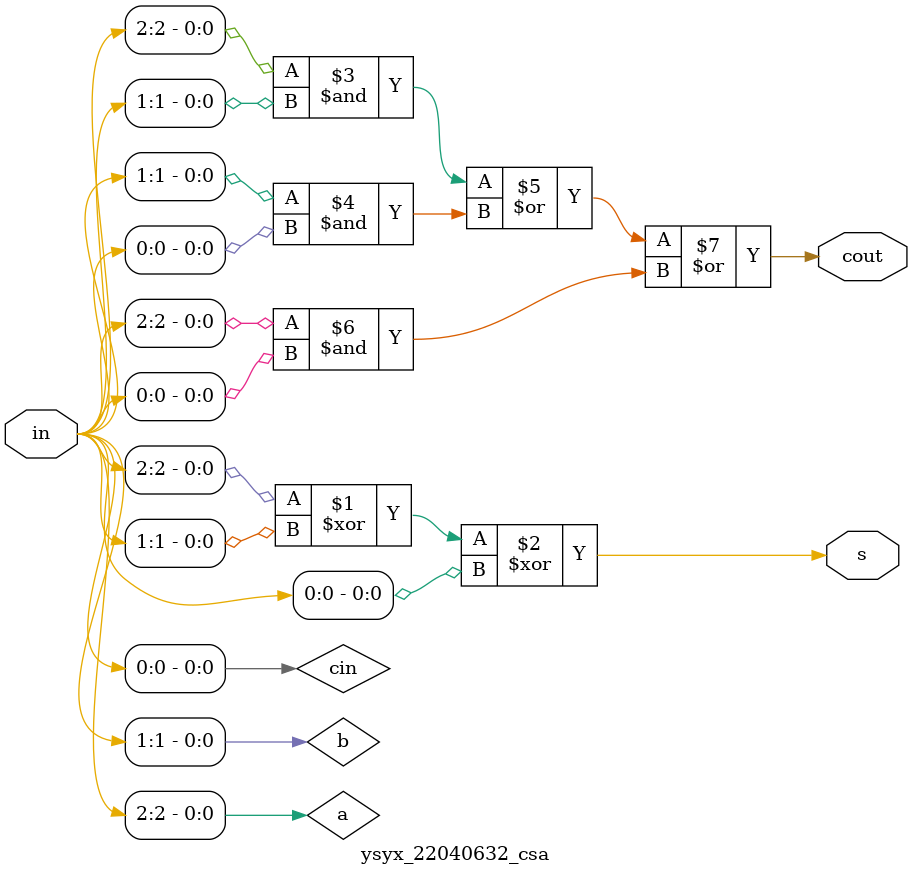
<source format=sv>
module ysyx_22040632_csa(
  input [2:0] in,/* verilator lint_off UNOPTFLAT */
  output cout,s

);
wire a,b,cin;
assign a=in[2];
assign b=in[1];
assign cin=in[0];
assign s = a ^ b ^ cin;
assign cout = a & b | b & cin | a & cin;//进位
endmodule
</source>
